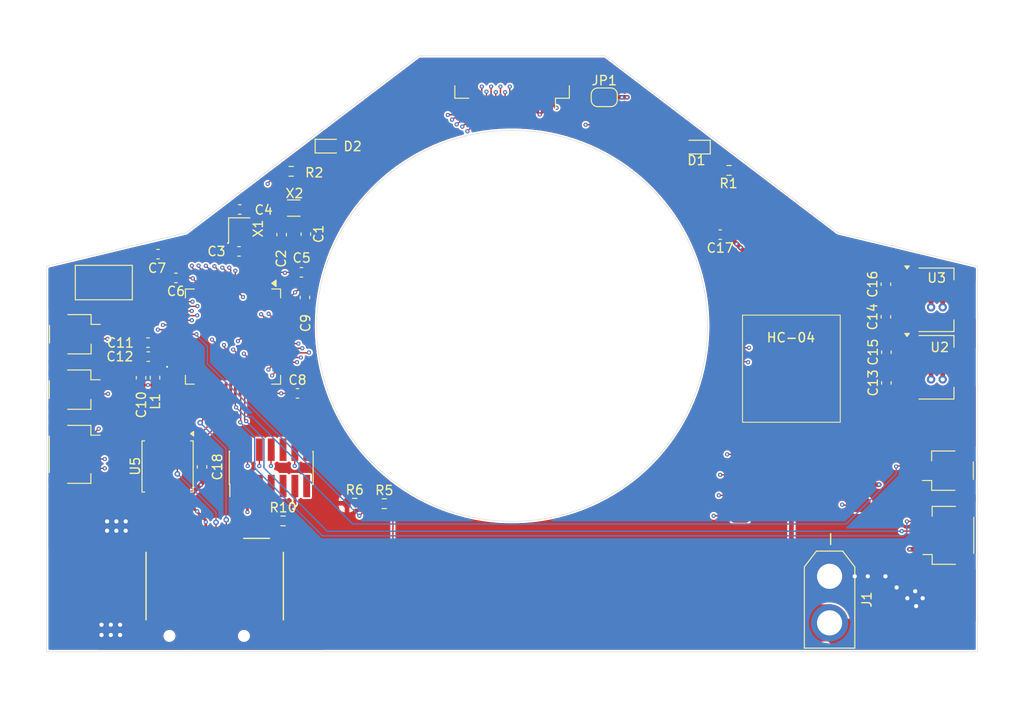
<source format=kicad_pcb>
(kicad_pcb (version 20240108) (generator "pcbnew") (generator_version "8.0")
  (layers (0 "F.Cu" signal) (1 "In1.Cu" signal) (2 "In2.Cu" signal) (31 "B.Cu" signal) (34 "B.Paste" user) (35 "F.Paste" user) (36 "B.SilkS" user "B.Silkscreen") (37 "F.SilkS" user "F.Silkscreen") (38 "B.Mask" user) (39 "F.Mask" user) (44 "Edge.Cuts" user))
  (net 0 "")
  (net 1 "GND")
  (net 2 "/LSE_IN")
  (net 3 "/LSE_OUT")
  (net 4 "/HSE_IN")
  (net 5 "/HSE_OUT")
  (net 6 "NRST")
  (net 7 "VREF+")
  (net 8 "VDC")
  (net 9 "+5V")
  (net 10 "+3.3V")
  (net 11 "Net-(D1-A)")
  (net 14 "SYS_JTCK_SWCLK")
  (net 17 "SYS_JTDO_SWO")
  (net 19 "SYS_JTMS_SWDIO")
  (net 21 "Net-(PROG1-Pin_11)")
  (net 22 "LED_3")
  (net 23 "LED_2")
  (net 24 "LED_1")
  (net 25 "LED_4")
  (net 26 "ADC1_IN15_Batt")
  (net 27 "BOOT0")
  (net 31 "SPI2_CS")
  (net 32 "Net-(D2-A)")
  (net 33 "ENC_R_B")
  (net 34 "SPI3_CS")
  (net 35 "SPI2_CLK")
  (net 36 "SPI3_MOSI")
  (net 37 "SPI2_MOSI")
  (net 39 "SPI3_SCL")
  (net 40 "ENC_R_A")
  (net 41 "UART1_TX")
  (net 42 "PWM_L")
  (net 43 "ENC_L_B")
  (net 44 "SPI3_INT")
  (net 45 "PWM_R")
  (net 46 "ENC_L_A")
  (net 48 "UART1_RX")
  (net 49 "SPI2_MISO")
  (net 52 "SPI2_CS2")
  (net 56 "Sensor9")
  (net 57 "Sensor3")
  (net 58 "Sensor7")
  (net 59 "Sensor11")
  (net 60 "Sensor1")
  (net 61 "Sensor2")
  (net 62 "Sensor12")
  (net 63 "Sensor6")
  (net 64 "Sensor4")
  (net 65 "Sensor8")
  (net 66 "LEDON")
  (net 67 "Sensor5")
  (net 68 "Sensor10")
  (net 69 "SPI3_MISO")
  (net 70 "PWM_T")
  (footprint "Capacitor_SMD:C_0603_1608Metric" (layer "F.Cu") (at 111.95 82.25)
    (property "Reference" "C8")
    (property "Value" "100n")
  )
  (footprint "Capacitor_SMD:C_0603_1608Metric" (layer "F.Cu") (at 95.925 78.3 180)
    (property "Reference" "C12")
    (property "Value" "1u")
  )
  (footprint "Capacitor_SMD:C_0603_1608Metric" (layer "F.Cu") (at 175.15 70.525 90)
    (property "Reference" "C16")
    (property "Value" "10u")
  )
  (footprint "Package_SO:SOIC-8_5.275x5.275mm_P1.27mm" (layer "F.Cu") (at 98 90.1 -90)
    (property "Reference" "U5")
    (property "Value" "SST25VF080B-50-4x-S2Ax")
  )
  (footprint "Inductor_SMD:L_0603_1608Metric" (layer "F.Cu") (at 96.65 80.5625 -90)
    (property "Reference" "L1")
    (property "Value" "27n")
  )
  (footprint "Jumper:SolderJumper-2_P1.3mm_Bridged2Bar_RoundedPad1.0x1.5mm" (layer "F.Cu") (at 144.9 50.45)
    (property "Reference" "JP1")
    (property "Value" "SolderJumper_2_Bridged")
  )
  (footprint "Connector_JST:JST_SH_SM02B-SRSS-TB_1x02-1MP_P1.00mm_Horizontal" (layer "F.Cu") (at 88 75.9 -90)
    (property "Reference" "PWMT1" (hide yes))
    (property "Value" "Conn_01x02")
  )
  (footprint "Connector_FFC-FPC:Hirose_FH12-18S-0.5SH_1x18-1MP_P0.50mm_Horizontal" (layer "F.Cu") (at 135 49.25 180)
    (property "Reference" "J3" (hide yes))
    (property "Value" "Conn_01x18")
  )
  (footprint "Resistor_SMD:R_0603_1608Metric" (layer "F.Cu") (at 110.4 95.95)
    (property "Reference" "R10")
    (property "Value" "100R")
  )
  (footprint "APhotonLibrary:PowerConn" (layer "F.Cu") (at 182 106.05 -90)
    (property "Reference" "Turbo1" (hide yes))
    (property "Value" "Conn_01x02")
  )
  (footprint "Capacitor_SMD:C_0603_1608Metric" (layer "F.Cu") (at 96.975 67.3)
    (property "Reference" "C7")
    (property "Value" "100n")
  )
  (footprint "Crystal:Crystal_SMD_2016-4Pin_2.0x1.6mm" (layer "F.Cu") (at 105.7 64.75 -90)
    (property "Reference" "X1")
    (property "Value" "24Mhz")
  )
  (footprint "Connector_JST:JST_SH_SM04B-SRSS-TB_1x04-1MP_P1.00mm_Horizontal" (layer "F.Cu") (at 87.975 88.8 -90)
    (property "Reference" "Encoder_L1" (hide yes))
    (property "Value" "Conn_01x04")
  )
  (footprint "Capacitor_SMD:C_0603_1608Metric" (layer "F.Cu") (at 112.75 71.95 -90)
    (property "Reference" "C9")
    (property "Value" "100n")
  )
  (footprint "Package_TO_SOT_SMD:SOT-223-3_TabPin2" (layer "F.Cu") (at 180.55 79.45)
    (property "Reference" "U2")
    (property "Value" "AMS1117-5.0")
  )
  (footprint "Capacitor_SMD:C_0603_1608Metric" (layer "F.Cu") (at 175.2 81.125 90)
    (property "Reference" "C13")
    (property "Value" "10u")
  )
  (footprint "Capacitor_SMD:C_0603_1608Metric" (layer "F.Cu") (at 175.15 74.025 90)
    (property "Reference" "C14")
    (property "Value" "10u")
  )
  (footprint "Crystal:Crystal_SMD_3215-2Pin_3.2x1.5mm" (layer "F.Cu") (at 111.55 62.35 180)
    (property "Reference" "X2")
    (property "Value" "32.768KHz")
  )
  (footprint "APhotonLibrary:PowerConn" (layer "F.Cu") (at 87.85 106.15 90)
    (property "Reference" "MotorsPower2" (hide yes))
    (property "Value" "Conn_01x02")
  )
  (footprint "APhotonLibrary:ICM_MOUNT" (layer "F.Cu") (at 164.5 92.05)
    (property "Reference" "U6" (hide yes))
    (property "Value" "~" (hide yes))
  )
  (footprint "Connector_PinHeader_1.27mm:PinHeader_2x07_P1.27mm_Vertical_SMD" (layer "F.Cu") (at 109.13 90.25 90)
    (property "Reference" "PROG1" (hide yes))
    (property "Value" "Conn_02x07_Odd_Even")
  )
  (footprint "Connector_JST:JST_SH_SM04B-SRSS-TB_1x04-1MP_P1.00mm_Horizontal" (layer "F.Cu") (at 181.9 97.5 90)
    (property "Reference" "Encoder_R1" (hide yes))
    (property "Value" "Conn_01x04")
  )
  (footprint "Capacitor_SMD:C_0603_1608Metric" (layer "F.Cu") (at 112.375 69.25)
    (property "Reference" "C5")
    (property "Value" "4u7")
  )
  (footprint "Capacitor_SMD:C_0603_1608Metric" (layer "F.Cu") (at 95.15 80.575 90)
    (property "Reference" "C10")
    (property "Value" "100n")
  )
  (footprint "Capacitor_SMD:C_0603_1608Metric" (layer "F.Cu") (at 95.9 76.8 180)
    (property "Reference" "C11")
    (property "Value" "100n")
  )
  (footprint "Resistor_SMD:R_0603_1608Metric" (layer "F.Cu") (at 121.275 94.1)
    (property "Reference" "R5")
    (property "Value" "1k")
  )
  (footprint "Package_TO_SOT_SMD:SOT-223-3_TabPin2" (layer "F.Cu") (at 180.55 72.2)
    (property "Reference" "U3")
    (property "Value" "AMS1117-3.3")
  )
  (footprint "LED_SMD:LED_0603_1608Metric" (layer "F.Cu") (at 154.8 55.8 180)
    (property "Reference" "D1")
    (property "Value" "BLUE")
  )
  (footprint "LED_SMD:LED_0603_1608Metric" (layer "F.Cu") (at 115.3375 55.7)
    (property "Reference" "D2")
    (property "Value" "BLUE")
  )
  (footprint "Package_QFP:LQFP-64_10x10mm_P0.5mm" (layer "F.Cu") (at 105.025 76.15 -90)
    (property "Reference" "U1" (hide yes))
    (property "Value" "STM32G474RETx")
  )
  (footprint "APhotonLibrary:HC-04" (layer "F.Cu") (at 164.35 76.85 -90)
    (property "Reference" "U4" (hide yes))
    (property "Value" "~" (hide yes))
  )
  (footprint "Capacitor_SMD:C_0603_1608Metric" (layer "F.Cu") (at 112.85 65.15 90)
    (property "Reference" "C1")
    (property "Value" "5p1")
  )
  (footprint "Capacitor_SMD:C_0603_1608Metric" (layer "F.Cu") (at 105.75 62.5 180)
    (property "Reference" "C4")
    (property "Value" "6p8")
  )
  (footprint "Resistor_SMD:R_0603_1608Metric" (layer "F.Cu") (at 118.1 94.05)
    (property "Reference" "R6")
    (property "Value" "250R")
  )
  (footprint "Capacitor_SMD:C_0603_1608Metric" (layer "F.Cu") (at 98.9 69.85 180)
    (property "Reference" "C6")
    (property "Value" "100n")
  )
  (footprint "Capacitor_SMD:C_0603_1608Metric" (layer "F.Cu") (at 105.675 67)
    (property "Reference" "C3")
    (property "Value" "6p8")
  )
  (footprint "Connector_AMASS:AMASS_XT30U-F_1x02_P5.0mm_Vertical" (layer "F.Cu") (at 169.1 101.9 -90)
    (property "Reference" "J1")
    (property "Value" "-VIN+")
  )
  (footprint "Capacitor_SMD:C_0603_1608Metric" (layer "F.Cu") (at 101.7 90.15 90)
    (property "Reference" "C18")
    (property "Value" "100n")
  )
  (footprint "Resistor_SMD:R_0603_1608Metric" (layer "F.Cu") (at 111.275 58.4 180)
    (property "Reference" "R2")
    (property "Value" "510R")
  )
  (footprint "Connector_JST:JST_SH_SM02B-SRSS-TB_1x02-1MP_P1.00mm_Horizontal" (layer "F.Cu") (at 87.975 81.85 -90)
    (property "Reference" "PWML1" (hide yes))
    (property "Value" "Conn_01x02")
  )
  (footprint "Capacitor_SMD:C_0603_1608Metric" (layer "F.Cu") (at 157.35 65.2 180)
    (property "Reference" "C17")
    (property "Value" "1u")
  )
  (footprint "Capacitor_SMD:C_0603_1608Metric" (layer "F.Cu") (at 175.2 77.825 90)
    (property "Reference" "C15")
    (property "Value" "10u")
  )
  (footprint "Connector_JST:JST_SH_SM02B-SRSS-TB_1x02-1MP_P1.00mm_Horizontal" (layer "F.Cu") (at 181.85 90.55 90)
    (property "Reference" "PWMR1" (hide yes))
    (property "Value" "Conn_01x02")
  )
  (footprint "Resistor_SMD:R_0603_1608Metric" (layer "F.Cu") (at 158.3 58.3)
    (property "Reference" "R1")
    (property "Value" "510R")
  )
  (footprint "APhotonLibrary:SdCard" (layer "F.Cu") (at 102.934968 104.921855 180)
    (property "Reference" "J2" (hide yes))
    (property "Value" "Micro_SD_Card" (hide yes))
  )
  (footprint "Button_Switch_SMD:SW_SPST_CK_RS282G05A3" (layer "F.Cu") (at 91.15 70.35)
    (property "Reference" "SW2" (hide yes))
    (property "Value" "SW_SPST")
  )
  (footprint "Capacitor_SMD:C_0603_1608Metric" (layer "F.Cu") (at 110.25 65.2 90)
    (property "Reference" "C2")
    (property "Value" "5p1")
  )
  (footprint "APhotonLibrary:PowerConn" (layer "F.Cu") (at 87.95 98.4 -90)
    (property "Reference" "MotorsPower1" (hide yes))
    (property "Value" "Conn_01x02")
  )
  (gr_circle (center 135 75) (end 135 96) (stroke (width 0.05)) (fill none) (layer "Edge.Cuts"))
  (gr_line (start 100 65) (end 125 46) (stroke (width 0.05)) (layer "Edge.Cuts"))
  (gr_line (start 100 110) (end 170 110) (stroke (width 0.05)) (layer "Edge.Cuts"))
  (gr_line (start 145 46) (end 170 65) (stroke (width 0.05)) (layer "Edge.Cuts"))
  (gr_line (start 85 110) (end 85 68.602) (stroke (width 0.05)) (layer "Edge.Cuts"))
  (gr_line (start 170 65) (end 185 68.602) (stroke (width 0.05)) (layer "Edge.Cuts"))
  (gr_line (start 100 110) (end 85 110) (stroke (width 0.05)) (layer "Edge.Cuts"))
  (gr_line (start 170 110) (end 185 110) (stroke (width 0.05)) (layer "Edge.Cuts"))
  (gr_line (start 185 110) (end 185 68.602) (stroke (width 0.05)) (layer "Edge.Cuts"))
  (gr_line (start 100 65) (end 85 68.602) (stroke (width 0.05)) (layer "Edge.Cuts"))
  (gr_line (start 125 46) (end 145 46) (stroke (width 0.05)) (layer "Edge.Cuts"))
  (gr_text "HC-04" (at 162.25 76.85 0) (layer "F.SilkS") (effects (font (size 1 1) (thickness 0.16)) (justify left bottom)))
  (segment (start 106.25 64.05) (end 106.25 63.25) (width 0.15) (layer "F.Cu") (net 1))
  (segment (start 111.075 65.15) (end 111.075 60.675) (width 0.15) (layer "F.Cu") (net 1))
  (segment (start 104.9 67) (end 104.5 66.6) (width 0.15) (layer "F.Cu") (net 1))
  (segment (start 175.1 101.9) (end 169.1 101.9) (width 3) (layer "F.Cu") (net 1))
  (segment (start 99.35 79.4) (end 97.95 79.4) (width 0.15) (layer "F.Cu") (net 1))
  (segment (start 95.125 78.275) (end 95.15 78.3) (width 0.15) (layer "F.Cu") (net 1))
  (segment (start 111.075 60.675) (end 110.1 59.7) (width 0.15) (layer "F.Cu") (net 1))
  (segment (start 95.125 76.8) (end 95.125 78.275) (width 0.15) (layer "F.Cu") (net 1))
  (segment (start 87.85 107.95) (end 92.4 107.95) (width 3) (layer "F.Cu") (net 1))
  (segment (start 169.1 101.9) (end 169.2 102) (width 4) (layer "F.Cu") (net 1))
  (segment (start 182 104.25) (end 177.45 104.25) (width 3) (layer "F.Cu") (net 1))
  (segment (start 87.95 96.6) (end 93.1 96.6) (width 3) (layer "F.Cu") (net 1))
  (segment (start 177.45 104.25) (end 176.3 103.1) (width 3) (layer "F.Cu") (net 1))
  (segment (start 106.25 62.775) (end 106.525 62.5) (width 0.15) (layer "F.Cu") (net 1))
  (segment (start 104.5 66.6) (end 104.5 66.1) (width 0.15) (layer "F.Cu") (net 1))
  (segment (start 104.5 66.1) (end 105.15 65.45) (width 0.15) (layer "F.Cu") (net 1))
  (segment (start 176.3 103.1) (end 175.1 101.9) (width 3) (layer "F.Cu") (net 1))
  (segment (start 110.25 65.975) (end 111.075 65.15) (width 0.15) (layer "F.Cu") (net 1))
  (segment (start 106.25 63.25) (end 106.25 62.775) (width 0.15) (layer "F.Cu") (net 1))
  (via (at 177.45 104.25) (size 0.9) (drill 0.45) (layers "F.Cu" "B.Cu") (net 1))
  (via (at 92.9 107.1) (size 0.9) (drill 0.45) (layers "F.Cu" "B.Cu") (net 1))
  (via (at 90.9 108.2) (size 0.9) (drill 0.45) (layers "F.Cu" "B.Cu") (net 1))
  (via (at 93.5 96) (size 0.9) (drill 0.45) (layers "F.Cu" "B.Cu") (net 1))
  (via (at 178.4 105.1) (size 0.9) (drill 0.45) (layers "F.Cu" "B.Cu") (net 1))
  (via (at 179.1 104.25) (size 0.9) (drill 0.45) (layers "F.Cu" "B.Cu") (net 1))
  (via (at 92.5 96) (size 0.9) (drill 0.45) (layers "F.Cu" "B.Cu") (net 1))
  (via (at 173.2 101.9) (size 0.9) (drill 0.45) (layers "F.Cu" "B.Cu") (net 1))
  (via (at 93.5 97) (size 0.9) (drill 0.45) (layers "F.Cu" "B.Cu") (net 1))
  (via (at 91.9 107.1) (size 0.9) (drill 0.45) (layers "F.Cu" "B.Cu") (net 1))
  (via (at 92.9 108.2) (size 0.9) (drill 0.45) (layers "F.Cu" "B.Cu") (net 1))
  (via (at 91.5 97) (size 0.9) (drill 0.45) (layers "F.Cu" "B.Cu") (net 1))
  (via (at 171.8 101.9) (size 0.9) (drill 0.45) (layers "F.Cu" "B.Cu") (net 1))
  (via (at 176.3 103.1) (size 0.9) (drill 0.45) (layers "F.Cu" "B.Cu") (net 1))
  (via (at 178.3 103.5) (size 0.9) (drill 0.45) (layers "F.Cu" "B.Cu") (net 1))
  (via (at 104.5 66.1) (size 0.45) (drill 0.2) (layers "F.Cu" "B.Cu") (net 1))
  (via (at 90.9 107.1) (size 0.9) (drill 0.45) (layers "F.Cu" "B.Cu") (net 1))
  (via (at 175.1 101.9) (size 0.9) (drill 0.45) (layers "F.Cu" "B.Cu") (net 1))
  (via (at 92.5 97) (size 0.9) (drill 0.45) (layers "F.Cu" "B.Cu") (net 1))
  (via (at 97.95 79.4) (size 0.45) (drill 0.2) (layers "F.Cu" "B.Cu") (net 1))
  (via (at 91.9 108.2) (size 0.9) (drill 0.45) (layers "F.Cu" "B.Cu") (net 1))
  (via (at 91.5 96) (size 0.9) (drill 0.45) (layers "F.Cu" "B.Cu") (net 1))
  (segment (start 112.85 64.375) (end 112.85 64.563342) (width 0.15) (layer "F.Cu") (net 2))
  (segment (start 112.8 62.35) (end 112.8 64.325) (width 0.15) (layer "F.Cu") (net 2))
  (segment (start 112.85 64.563342) (end 107.775 69.638342) (width 0.15) (layer "F.Cu") (net 2))
  (segment (start 107.775 69.638342) (end 107.775 70.475) (width 0.15) (layer "F.Cu") (net 2))
  (segment (start 112.8 64.325) (end 112.85 64.375) (width 0.15) (layer "F.Cu") (net 2))
  (segment (start 110.25 64.425) (end 107.275 67.4) (width 0.15) (layer "F.Cu") (net 3))
  (segment (start 107.275 67.4) (end 107.275 70.475) (width 0.15) (layer "F.Cu") (net 3))
  (segment (start 110.25 64.425) (end 110.25 62.4) (width 0.15) (layer "F.Cu") (net 3))
  (segment (start 110.25 62.4) (end 110.3 62.35) (width 0.15) (layer "F.Cu") (net 3))
  (segment (start 106.45 67) (end 106.775 67.325) (width 0.15) (layer "F.Cu") (net 4))
  (segment (start 106.25 65.45) (end 106.25 66.8) (width 0.15) (layer "F.Cu") (net 4))
  (segment (start 106.775 67.325) (end 106.775 70.475) (width 0.15) (layer "F.Cu") (net 4))
  (segment (start 106.25 66.8) (end 106.45 67) (width 0.15) (layer "F.Cu") (net 4))
  (segment (start 104.975 63.875) (end 105.15 64.05) (width 0.15) (layer "F.Cu") (net 5))
  (segment (start 104 65.2) (end 104 67.427946) (width 0.15) (layer "F.Cu") (net 5))
  (segment (start 104.975 62.5) (end 104.975 63.875) (width 0.15) (layer "F.Cu") (net 5))
  (segment (start 104.472054 67.9) (end 105.5 67.9) (width 0.15) (layer "F.Cu") (net 5))
  (segment (start 105.5 67.9) (end 106.275 68.675) (width 0.15) (layer "F.Cu") (net 5))
  (segment (start 105.15 64.05) (end 104 65.2) (width 0.15) (layer "F.Cu") (net 5))
  (segment (start 106.275 68.675) (end 106.275 70.475) (width 0.15) (layer "F.Cu") (net 5))
  (segment (start 104 67.427946) (end 104.472054 67.9) (width 0.15) (layer "F.Cu") (net 5))
  (segment (start 111.67 88.3) (end 111.65 90.05) (width 0.15) (layer "F.Cu") (net 6))
  (segment (start 105.775 68.669974) (end 105.775 70.475) (width 0.15) (layer "F.Cu") (net 6))
  (segment (start 111.67 90.07) (end 111.7 90.1) (width 0.15) (layer "F.Cu") (net 6))
  (segment (start 95.05 70.35) (end 97.75 67.65) (width 0.15) (layer "F.Cu") (net 6))
  (segment (start 97.75 67.3) (end 103.377079 67.3) (width 0.15) (layer "F.Cu") (net 6))
  (segment (start 105.775 70.475) (end 105.775 71.575) (width 0.15) (layer "F.Cu") (net 6))
  (segment (start 105.775 71.575) (end 106.1 71.9) (width 0.15) (layer "F.Cu") (net 6))
  (segment (start 105.355026 68.25) (end 105.775 68.669974) (width 0.15) (layer "F.Cu") (net 6))
  (segment (start 104.327079 68.25) (end 105.355026 68.25) (width 0.15) (layer "F.Cu") (net 6))
  (segment (start 111.65 90.05) (end 111.67 90.07) (width 0.15) (layer "F.Cu") (net 6))
  (segment (start 103.377079 67.3) (end 104.327079 68.25) (width 0.15) (layer "F.Cu") (net 6))
  (segment (start 97.75 67.65) (end 97.75 67.3) (width 0.15) (layer "F.Cu") (net 6))
  (via (at 106.1 71.9) (size 0.45) (drill 0.2) (layers "F.Cu" "B.Cu") (net 6))
  (via (at 111.65 90.05) (size 0.45) (drill 0.2) (layers "F.Cu" "B.Cu") (net 6))
  (segment (start 97.2 78.3) (end 97.6 77.9) (width 0.15) (layer "F.Cu") (net 7))
  (segment (start 96.675 76.8) (end 96.675 78.275) (width 0.15) (layer "F.Cu") (net 7))
  (segment (start 96.675 78.275) (end 96.7 78.3) (width 0.15) (layer "F.Cu") (net 7))
  (segment (start 97.05 78.4) (end 99.35 78.4) (width 0.15) (layer "F.Cu") (net 7))
  (segment (start 96.7 78.3) (end 96.95 78.3) (width 0.15) (layer "F.Cu") (net 7))
  (segment (start 97.6 77.9) (end 99.35 77.9) (width 0.15) (layer "F.Cu") (net 7))
  (segment (start 96.7 78.3) (end 97.2 78.3) (width 0.15) (layer "F.Cu") (net 7))
  (segment (start 96.95 78.3) (end 97.05 78.4) (width 0.15) (layer "F.Cu") (net 7))
  (segment (start 96.65 78.35) (end 96.7 78.3) (width 0.15) (layer "F.Cu") (net 7))
  (segment (start 96.65 79.775) (end 96.65 78.35) (width 0.15) (layer "F.Cu") (net 7))
  (segment (start 122.1 94.1) (end 122.2 94.2) (width 0.15) (layer "F.Cu") (net 8))
  (segment (start 92.6 100.3) (end 93.5 101.2) (width 3) (layer "F.Cu") (net 8))
  (segment (start 93.5 101.2) (end 96 103.7) (width 3) (layer "F.Cu") (net 8))
  (segment (start 115.242642 106.9) (end 112.042642 103.7) (width 5) (layer "F.Cu") (net 8))
  (segment (start 165 93.75) (end 175.2 83.55) (width 0.5) (layer "F.Cu") (net 8))
  (segment (start 87.85 104.25) (end 95.45 104.25) (width 3) (layer "F.Cu") (net 8))
  (segment (start 170.15 107.95) (end 182 107.95) (width 3) (layer "F.Cu") (net 8))
  (segment (start 165 106.9) (end 161.1 106.9) (width 4) (layer "F.Cu") (net 8))
  (segment (start 169.1 106.9) (end 165 106.9) (width 4) (layer "F.Cu") (net 8))
  (segment (start 175.2 81.9) (end 177.25 81.9) (width 0.5) (layer "F.Cu") (net 8))
  (segment (start 169.1 106.9) (end 170.15 107.95) (width 3) (layer "F.Cu") (net 8))
  (segment (start 122.2 106.9) (end 115.242642 106.9) (width 0.15) (layer "F.Cu") (net 8))
  (segment (start 95.45 104.25) (end 96 103.7) (width 3) (layer "F.Cu") (net 8))
  (segment (start 87.95 100.3) (end 92.6 100.3) (width 3) (layer "F.Cu") (net 8))
  (segment (start 112.042642 103.7) (end 96 103.7) (width 5) (layer "F.Cu") (net 8))
  (segment (start 161.1 106.9) (end 115.242642 106.9) (width 5) (layer "F.Cu") (net 8))
  (segment (start 165 106.9) (end 165 93.75) (width 0.5) (layer "F.Cu") (net 8))
  (segment (start 122.2 94.2) (end 122.2 106.9) (width 0.15) (layer "F.Cu") (net 8))
  (segment (start 177.25 81.9) (end 177.4 81.75) (width 0.5) (layer "F.Cu") (net 8))
  (segment (start 175.2 83.55) (end 175.2 81.9) (width 0.5) (layer "F.Cu") (net 8))
  (segment (start 177.4 74.5) (end 180.75 77.85) (width 0.5) (layer "F.Cu") (net 9))
  (segment (start 138.25 51.1) (end 138.25 52.025) (width 0.3) (layer "F.Cu") (net 9))
  (segment (start 183.7 79.45) (end 181.5 79.45) (width 0.5) (layer "F.Cu") (net 9))
  (segment (start 177.1 74.8) (end 177.4 74.5) (width 0.5) (layer "F.Cu") (net 9))
  (segment (start 180.75 79.45) (end 180 79.45) (width 0.5) (layer "F.Cu") (net 9))
  (segment (start 175.15 74.8) (end 177.1 74.8) (width 0.5) (layer "F.Cu") (net 9))
  (segment (start 181.25 79.7) (end 181.25 80.75) (width 0.5) (layer "F.Cu") (net 9))
  (segment (start 181.5 79.45) (end 180.75 79.45) (width 0.5) (layer "F.Cu") (net 9))
  (segment (start 176.55 78.6) (end 177.4 79.45) (width 0.5) (layer "F.Cu") (net 9))
  (segment (start 180.75 77.85) (end 180.75 79.45) (width 0.5) (layer "F.Cu") (net 9))
  (segment (start 180 79.45) (end 180 80.75) (width 0.5) (layer "F.Cu") (net 9))
  (segment (start 137.75 52.075) (end 137.975 52.3) (width 0.3) (layer "F.Cu") (net 9))
  (segment (start 180 79.45) (end 177.4 79.45) (width 0.5) (layer "F.Cu") (net 9))
  (segment (start 137.75 51.1) (end 137.75 52.075) (width 0.3) (layer "F.Cu") (net 9))
  (segment (start 138.25 52.025) (end 137.975 52.3) (width 0.3) (layer "F.Cu") (net 9))
  (segment (start 175.2 78.6) (end 176.55 78.6) (width 0.5) (layer "F.Cu") (net 9))
  (via (at 137.975 52.3) (size 0.45) (drill 0.2) (layers "F.Cu" "B.Cu") (net 9))
  (via (at 180 80.75) (size 0.9) (drill 0.45) (layers "F.Cu" "B.Cu") (net 9))
  (via (at 181.25 80.75) (size 0.9) (drill 0.45) (layers "F.Cu" "B.Cu") (net 9))
  (segment (start 112.75 71.175) (end 111.925 71.175) (width 0.15) (layer "F.Cu") (net 10))
  (segment (start 98.1 79.9) (end 96.65 81.35) (width 0.15) (layer "F.Cu") (net 10))
  (segment (start 110 69.25) (end 108.775 70.475) (width 0.15) (layer "F.Cu") (net 10))
  (segment (start 147.35 50.45) (end 147.4 50.45) (width 0.5) (layer "F.Cu") (net 10))
  (segment (start 110.6 69.3) (end 110.55 69.25) (width 0.15) (layer "F.Cu") (net 10))
  (segment (start 99.675 69.85) (end 100.65 69.85) (width 0.15) (layer "F.Cu") (net 10))
  (segment (start 101.7 90.925) (end 101.7 91.905) (width 0.5) (layer "F.Cu") (net 10))
  (segment (start 111.925 71.175) (end 111.7 71.4) (width 0.15) (layer "F.Cu") (net 10))
  (segment (start 96.65 81.35) (end 95.9 81.35) (width 0.15) (layer "F.Cu") (net 10))
  (segment (start 101.53 92.075) (end 99.905 93.7) (width 0.5) (layer "F.Cu") (net 10))
  (segment (start 101.13 94.925) (end 99.905 93.7) (width 0.3) (layer "F.Cu") (net 10))
  (segment (start 160.95 75.05) (end 160.15 75.85) (width 0.5) (layer "F.Cu") (net 10))
  (segment (start 101.7 91.905) (end 101.575 92.03) (width 0.5) (layer "F.Cu") (net 10))
  (segment (start 172.5 92.05) (end 174.4 92.05) (width 0.5) (layer "F.Cu") (net 10))
  (segment (start 174.4 92.05) (end 174.45 92.05) (width 0.5) (layer "F.Cu") (net 10))
  (segment (start 99.905 93.7) (end 98.635 93.7) (width 0.5) (layer "F.Cu") (net 10))
  (segment (start 106.59 95.015) (end 106.6 95.025) (width 0.3) (layer "F.Cu") (net 10))
  (segment (start 102.1 96.075) (end 102.1 95.895) (width 0.3) (layer "F.Cu") (net 10))
  (segment (start 145.55 50.45) (end 146.8 50.45) (width 0.5) (layer "F.Cu") (net 10))
  (segment (start 175.15 71.3) (end 176.5 71.3) (width 0.5) (layer "F.Cu") (net 10))
  (segment (start 139.775 51.575) (end 139.775 51.625) (width 0.3) (layer "F.Cu") (net 10))
  (segment (start 109.2 82.25) (end 108.775 81.825) (width 0.15) (layer "F.Cu") (net 10))
  (segment (start 159.1 66.2) (end 159.125 66.2) (width 0.5) (layer "F.Cu") (net 10))
  (segment (start 159.55 66.625) (end 160.95 68.025) (width 0.5) (layer "F.Cu") (net 10))
  (segment (start 160.15 75.85) (end 158.25 75.85) (width 0.5) (layer "F.Cu") (net 10))
  (segment (start 89.9 86.75) (end 90.6 86.05) (width 0.15) (layer "F.Cu") (net 10))
  (segment (start 177.7 99) (end 177.65 99) (width 0.5) (layer "F.Cu") (net 10))
  (segment (start 179.4 99) (end 177.7 99) (width 0.5) (layer "F.Cu") (net 10))
  (segment (start 146.8 50.45) (end 147.35 50.45) (width 0.5) (layer "F.Cu") (net 10))
  (segment (start 180 72.2) (end 177.4 72.2) (width 0.5) (layer "F.Cu") (net 10))
  (segment (start 100.65 69.85) (end 100.7 69.9) (width 0.15) (layer "F.Cu") (net 10))
  (segment (start 160.95 68.025) (end 160.95 75.05) (width 0.5) (layer "F.Cu") (net 10))
  (segment (start 101.575 92.03) (end 101.575 92.075) (width 0.5) (layer "F.Cu") (net 10))
  (segment (start 159.55 66.6) (end 159.55 66.625) (width 0.5) (layer "F.Cu") (net 10))
  (segment (start 111.7 71.4) (end 110.7 72.4) (width 0.15) (layer "F.Cu") (net 10))
  (segment (start 158.125 65.2) (end 159.1 66.175) (width 0.5) (layer "F.Cu") (net 10))
  (segment (start 139.25 51.1) (end 139.725 51.575) (width 0.3) (layer "F.Cu") (net 10))
  (segment (start 181.25 72.2) (end 180 72.2) (width 0.5) (layer "F.Cu") (net 10))
  (segment (start 89.9 87.3) (end 89.9 86.75) (width 0.15) (layer "F.Cu") (net 10))
  (segment (start 111.6 69.25) (end 110.65 69.25) (width 0.15) (layer "F.Cu") (net 10))
  (segment (start 101.575 92.075) (end 101.53 92.075) (width 0.5) (layer "F.Cu") (net 10))
  (segment (start 176.5 71.3) (end 177.4 72.2) (width 0.5) (layer "F.Cu") (net 10))
  (segment (start 139.775 51.625) (end 139.705 51.555) (width 0.3) (layer "F.Cu") (net 10))
  (segment (start 101.175 94.97) (end 101.175 94.925) (width 0.3) (layer "F.Cu") (net 10))
  (segment (start 100.7 69.9) (end 101.275 70.475) (width 0.15) (layer "F.Cu") (net 10))
  (segment (start 159.1 66.175) (end 159.1 66.2) (width 0.5) (layer "F.Cu") (net 10))
  (segment (start 110.65 69.25) (end 110.6 69.3) (width 0.15) (layer "F.Cu") (net 10))
  (segment (start 110.2 82.25) (end 111.175 82.25) (width 0.15) (layer "F.Cu") (net 10))
  (segment (start 99.35 79.9) (end 98.1 79.9) (width 0.15) (layer "F.Cu") (net 10))
  (segment (start 106.575 95) (end 106.59 95.015) (width 0.3) (layer "F.Cu") (net 10))
  (segment (start 180 73) (end 180 72.2) (width 0.5) (layer "F.Cu") (net 10))
  (segment (start 110.2 82.25) (end 109.2 82.25) (width 0.15) (layer "F.Cu") (net 10))
  (segment (start 102.1 97.8) (end 102.1 96.075) (width 0.3) (layer "F.Cu") (net 10))
  (segment (start 159.525 66.6) (end 159.55 66.6) (width 0.5) (layer "F.Cu") (net 10))
  (segment (start 110.55 69.25) (end 110 69.25) (width 0.15) (layer "F.Cu") (net 10))
  (segment (start 102.1 95.895) (end 101.175 94.97) (width 0.3) (layer "F.Cu") (net 10))
  (segment (start 159.125 66.2) (end 159.525 66.6) (width 0.5) (layer "F.Cu") (net 10))
  (segment (start 101.175 94.925) (end 101.13 94.925) (width 0.3) (layer "F.Cu") (net 10))
  (segment (start 95.9 81.35) (end 95.15 81.35) (width 0.15) (layer "F.Cu") (net 10))
  (segment (start 183.7 72.2) (end 181.25 72.2) (width 0.5) (layer "F.Cu") (net 10))
  (segment (start 139.725 51.575) (end 139.775 51.575) (width 0.3) (layer "F.Cu") (net 10))
  (segment (start 181.25 73) (end 181.25 72.2) (width 0.5) (layer "F.Cu") (net 10))
  (segment (start 106.59 92.2) (end 106.575 95) (width 0.3) (layer "F.Cu") (net 10))
  (segment (start 145.55 51.205) (end 145.55 50.45) (width 0.3) (layer "F.Cu") (net 10))
  (via (at 159.55 66.6) (size 0.45) (drill 0.2) (layers "F.Cu" "B.Cu") (net 10))
  (via (at 110.6 69.3) (size 0.45) (drill 0.2) (layers "F.Cu" "B.Cu") (net 10))
  (via (at 102.1 96.075) (size 0.45) (drill 0.2) (layers "F.Cu" "B.Cu") (net 10))
  (via (at 147.35 50.45) (size 0.45) (drill 0.2) (layers "F.Cu" "B.Cu") (net 10))
  (via (at 111.7 71.4) (size 0.45) (drill 0.2) (layers "F.Cu" "B.Cu") (net 10))
  (via (at 101.175 94.925) (size 0.45) (drill 0.2) (layers "F.Cu" "B.Cu") (net 10))
  (via (at 101.575 92.075) (size 0.45) (drill 0.2) (layers "F.Cu" "B.Cu") (net 10))
  (via (at 181.25 73) (size 0.9) (drill 0.45) (layers "F.Cu" "B.Cu") (net 10))
  (via (at 159.1 66.2) (size 0.45) (drill 0.2) (layers "F.Cu" "B.Cu") (net 10))
  (via (at 95.9 81.35) (size 0.45) (drill 0.2) (layers "F.Cu" "B.Cu") (net 10))
  (via (at 174.4 92.05) (size 0.45) (drill 0.2) (layers "F.Cu" "B.Cu") (net 10))
  (via (at 180 73) (size 0.9) (drill 0.45) (layers "F.Cu" "B.Cu") (net 10))
  (via (at 90.6 86.05) (size 0.45) (drill 0.2) (layers "F.Cu" "B.Cu") (net 10))
  (via (at 177.7 99) (size 0.45) (drill 0.2) (layers "F.Cu" "B.Cu") (net 10))
  (via (at 106.575 95) (size 0.45) (drill 0.2) (layers "F.Cu" "B.Cu") (net 10))
  (via (at 100.7 69.9) (size 0.45) (drill 0.2) (layers "F.Cu" "B.Cu") (net 10))
  (via (at 146.8 50.45) (size 0.45) (drill 0.2) (layers "F.Cu" "B.Cu") (net 10))
  (via (at 110.2 82.25) (size 0.45) (drill 0.2) (layers "F.Cu" "B.Cu") (net 10))
  (via (at 139.775 51.575) (size 0.45) (drill 0.2) (layers "F.Cu" "B.Cu") (net 10))
  (segment (start 156.5125 58.3) (end 157.475 58.3) (width 0.15) (layer "F.Cu") (net 11))
  (segment (start 154.0125 55.8) (end 156.5125 58.3) (width 0.15) (layer "F.Cu") (net 11))
  (segment (start 108.8 79.7) (end 108.8 79.7) (width 0.15) (layer "F.Cu") (net 14))
  (segment (start 108.825 79.675) (end 108.825 79.7) (width 0.15) (layer "F.Cu") (net 14))
  (segment (start 108.825 79.7) (end 108.8 79.7) (width 0.15) (layer "F.Cu") (net 14))
  (segment (start 107.86 88.3) (end 107.86 90.04) (width 0.15) (layer "F.Cu") (net 14))
  (segment (start 109.1 79.4) (end 108.825 79.675) (width 0.15) (layer "F.Cu") (net 14))
  (segment (start 107.86 90.04) (end 107.85 90.05) (width 0.15) (layer "F.Cu") (net 14))
  (segment (start 110.7 79.4) (end 109.1 79.4) (width 0.15) (layer "F.Cu") (net 14))
  (via (at 107.85 90.05) (size 0.45) (drill 0.2) (layers "F.Cu" "B.Cu") (net 14))
  (via (at 108.825 79.7) (size 0.45) (drill 0.2) (layers "F.Cu" "B.Cu") (net 14))
  (segment (start 109.1 90.05) (end 109.13 90.03) (width 0.15) (layer "F.Cu") (net 17))
  (segment (start 109.13 88.3) (end 109.1 90.05) (width 0.15) (layer "F.Cu") (net 17))
  (segment (start 105.558148 76.641852) (end 105.8 76.4) (width 0.15) (layer "F.Cu") (net 17))
  (segment (start 105.8 76.4) (end 110.7 76.4) (width 0.15) (layer "F.Cu") (net 17))
  (via (at 105.558148 76.641852) (size 0.45) (drill 0.2) (layers "F.Cu" "B.Cu") (net 17))
  (via (at 109.1 90.05) (size 0.45) (drill 0.2) (layers "F.Cu" "B.Cu") (net 17))
  (segment (start 106.59 90.04) (end 106.6 90.05) (width 0.15) (layer "F.Cu") (net 19))
  (segment (start 106.59 88.3) (end 106.59 90.04) (width 0.15) (layer "F.Cu") (net 19))
  (segment (start 109.625 79.9) (end 109.225 80.3) (width 0.15) (layer "F.Cu") (net 19))
  (segment (start 109.225 80.325) (end 109.2 80.325) (width 0.15) (layer "F.Cu") (net 19))
  (segment (start 109.2 80.325) (end 109.2 80.325) (width 0.15) (layer "F.Cu") (net 19))
  (segment (start 109.225 80.3) (end 109.225 80.325) (width 0.15) (layer "F.Cu") (net 19))
  (segment (start 110.7 79.9) (end 109.625 79.9) (width 0.15) (layer "F.Cu") (net 19))
  (via (at 109.225 80.325) (size 0.45) (drill 0.2) (layers "F.Cu" "B.Cu") (net 19))
  (via (at 106.6 90.05) (size 0.45) (drill 0.2) (layers "F.Cu" "B.Cu") (net 19))
  (segment (start 111.225 94.55) (end 111.675 94.1) (width 0.3) (layer "F.Cu") (net 21))
  (segment (start 111.675 94.1) (end 111.675 92.205) (width 0.3) (layer "F.Cu") (net 21))
  (segment (start 111.225 95.95) (end 111.225 94.55) (width 0.3) (layer "F.Cu") (net 21))
  (segment (start 111.675 92.205) (end 111.67 92.2) (width 0.3) (layer "F.Cu") (net 21))
  (segment (start 110.05 58.4) (end 108.75 59.7) (width 0.15) (layer "F.Cu") (net 23))
  (segment (start 110.7 74.9) (end 109.2 74.9) (width 0.15) (layer "F.Cu") (net 23))
  (segment (start 108.75 59.75) (end 108.7 59.75) (width 0.15) (layer "F.Cu") (net 23))
  (segment (start 108.7 59.75) (end 108.7 59.75) (width 0.15) (layer "F.Cu") (net 23))
  (segment (start 110.45 58.4) (end 110.05 58.4) (width 0.15) (layer "F.Cu") (net 23))
  (segment (start 109.2 74.9) (end 108.05 73.75) (width 0.15) (layer "F.Cu") (net 23))
  (segment (start 108.05 73.75) (end 108.1 73.8) (width 0.15) (layer "F.Cu") (net 23))
  (segment (start 108.75 59.7) (end 108.75 59.75) (width 0.15) (layer "F.Cu") (net 23))
  (via (at 108.05 73.75) (size 0.45) (drill 0.2) (layers "F.Cu" "B.Cu") (net 23))
  (via (at 108.75 59.75) (size 0.45) (drill 0.2) (layers "F.Cu" "B.Cu") (net 23))
  (segment (start 110.7 74.4) (end 109.55 74.4) (width 0.15) (layer "F.Cu") (net 24))
  (segment (start 146.475 53.4) (end 142.9 53.4) (width 0.15) (layer "F.Cu") (net 24))
  (segment (start 157.825 59.6) (end 152.675 59.6) (width 0.15) (layer "F.Cu") (net 24))
  (segment (start 159.125 58.3) (end 157.825 59.6) (width 0.15) (layer "F.Cu") (net 24))
  (segment (start 152.675 59.6) (end 146.475 53.4) (width 0.15) (layer "F.Cu") (net 24))
  (segment (start 109.55 74.4) (end 108.85 73.7) (width 0.15) (layer "F.Cu") (net 24))
  (via (at 108.85 73.7) (size 0.45) (drill 0.2) (layers "F.Cu" "B.Cu") (net 24))
  (via (at 142.9 53.4) (size 0.45) (drill 0.2) (layers "F.Cu" "B.Cu") (net 24))
  (segment (start 118.925 94.05) (end 118.925 95.075) (width 0.15) (layer "F.Cu") (net 26))
  (segment (start 120.45 94.1) (end 118.975 94.1) (width 0.15) (layer "F.Cu") (net 26))
  (segment (start 118.925 95.075) (end 118.6 95.4) (width 0.15) (layer "F.Cu") (net 26))
  (segment (start 99.35 75.9) (end 101.1 75.9) (width 0.15) (layer "F.Cu") (net 26))
  (segment (start 118.975 94.1) (end 118.925 94.05) (width 0.15) (layer "F.Cu") (net 26))
  (via (at 118.6 95.4) (size 0.45) (drill 0.2) (layers "F.Cu" "B.Cu") (net 26))
  (via (at 101.1 75.9) (size 0.45) (drill 0.2) (layers "F.Cu" "B.Cu") (net 26))
  (segment (start 101.1 76) (end 101.1 75.9) (width 0.15) (layer "B.Cu") (net 26))
  (segment (start 102.275 77.175) (end 101.1 76) (width 0.15) (layer "B.Cu") (net 26))
  (segment (start 102.275 79.075) (end 102.275 77.175) (width 0.15) (layer "B.Cu") (net 26))
  (segment (start 118.6 95.4) (end 102.275 79.075) (width 0.15) (layer "B.Cu") (net 26))
  (segment (start 101 75.9) (end 101 75.9) (width 0.15) (layer "B.Cu") (net 26))
  (segment (start 101.1 75.9) (end 101 75.9) (width 0.15) (layer "B.Cu") (net 26))
  (segment (start 101.775 81.825) (end 101.775 85.125) (width 0.15) (layer "F.Cu") (net 31))
  (segment (start 101.775 85.125) (end 101.5 85.4) (width 0.15) (layer "F.Cu") (net 31))
  (segment (start 101.5 85.4) (end 101.45 85.45) (width 0.15) (layer "F.Cu") (net 31))
  (segment (start 104.3 97.8) (end 104.3 95.825) (width 0.15) (layer "F.Cu") (net 31))
  (via (at 104.3 95.825) (size 0.6) (drill 0.3) (layers "F.Cu" "B.Cu") (net 31))
  (via (at 101.5 85.4) (size 0.6) (drill 0.3) (layers "F.Cu" "B.Cu") (net 31))
  (segment (start 101.5 85.4) (end 104.275 88.175) (width 0.15) (layer "B.Cu") (net 31))
  (segment (start 104.275 88.175) (end 104.275 95.8) (width 0.15) (layer "B.Cu") (net 31))
  (segment (start 104.275 95.85) (end 104.275 95.875) (width 0.15) (layer "B.Cu") (net 31))
  (segment (start 104.275 95.8) (end 104.3 95.825) (width 0.15) (layer "B.Cu") (net 31))
  (segment (start 104.3 95.825) (end 104.275 95.85) (width 0.15) (layer "B.Cu") (net 31))
  (segment (start 113.425 58.4) (end 116.125 55.7) (width 0.15) (layer "F.Cu") (net 32))
  (segment (start 112.1 58.4) (end 113.425 58.4) (width 0.15) (layer "F.Cu") (net 32))
  (segment (start 105.85 85.3) (end 105.8 85.35) (width 0.15) (layer "F.Cu") (net 33))
  (segment (start 179.9 96) (end 177.4 96) (width 0.15) (layer "F.Cu") (net 33))
  (segment (start 105.85 81.9) (end 105.85 85.3) (width 0.15) (layer "F.Cu") (net 33))
  (segment (start 105.775 81.825) (end 105.85 81.9) (width 0.15) (layer "F.Cu") (net 33))
  (segment (start 177.4 96) (end 177.3 96) (width 0.15) (layer "F.Cu") (net 33))
  (via (at 177.4 96) (size 0.45) (drill 0.2) (layers "F.Cu" "B.Cu") (net 33))
  (via (at 105.8 85.35) (size 0.45) (drill 0.2) (layers "F.Cu" "B.Cu") (net 33))
  (segment (start 107.35 90.257107) (end 107.35 86.9) (width 0.15) (layer "B.Cu") (net 33))
  (segment (start 114.642893 97.55) (end 107.35 90.257107) (width 0.15) (layer "B.Cu") (net 33))
  (segment (start 177.4 97.207107) (end 177.057107 97.55) (width 0.15) (layer "B.Cu") (net 33))
  (segment (start 177.057107 97.55) (end 114.642893 97.55) (width 0.15) (layer "B.Cu") (net 33))
  (segment (start 107.35 86.9) (end 105.8 85.35) (width 0.15) (layer "B.Cu") (net 33))
  (segment (start 177.4 96) (end 177.4 97.207107) (width 0.15) (layer "B.Cu") (net 33))
  (segment (start 110.7 78.9) (end 111.9 78.9) (width 0.15) (layer "F.Cu") (net 34))
  (segment (start 158.1 88.8) (end 159.5 88.8) (width 0.15) (layer "F.Cu") (net 34))
  (via (at 111.9 78.9) (size 0.45) (drill 0.2) (layers "F.Cu" "B.Cu") (net 34))
  (via (at 158.1 88.8) (size 0.45) (drill 0.2) (layers "F.Cu" "B.Cu") (net 34))
  (segment (start 97.365 94.499999) (end 98.665001 95.8) (width 0.15) (layer "F.Cu") (net 35))
  (segment (start 98.665001 95.8) (end 96.8 95.8) (width 0.15) (layer "F.Cu") (net 35))
  (segment (start 101 96.7) (end 101 97.8) (width 0.15) (layer "F.Cu") (net 35))
  (segment (start 96.437597 95.437597) (end 96.427401 95.437597) (width 0.15) (layer "F.Cu") (net 35))
  (segment (start 102.275 85.85) (end 102.275 81.825) (width 0.15) (layer "F.Cu") (net 35))
  (segment (start 98.665001 95.8) (end 100.1 95.8) (width 0.15) (layer "F.Cu") (net 35))
  (segment (start 97.365 93.7) (end 97.365 94.499999) (width 0.15) (layer "F.Cu") (net 35))
  (segment (start 95.1 94.110196) (end 95.1 93.025) (width 0.15) (layer "F.Cu") (net 35))
  (segment (start 96.427401 95.437597) (end 95.1 94.110196) (width 0.15) (layer "F.Cu") (net 35))
  (segment (start 95.1 93.025) (end 102.275 85.85) (width 0.15) (layer "F.Cu") (net 35))
  (segment (start 100.1 95.8) (end 101 96.7) (width 0.15) (layer "F.Cu") (net 35))
  (segment (start 96.8 95.8) (end 96.437597 95.437597) (width 0.15) (layer "F.Cu") (net 35))
  (segment (start 157.2 93.2) (end 157.15 93.2) (width 0.15) (layer "F.Cu") (net 36))
  (segment (start 159.5 93.2) (end 157.2 93.2) (width 0.15) (layer "F.Cu") (net 36))
  (segment (start 110.7 77.4) (end 112.465331 77.4) (width 0.15) (layer "F.Cu") (net 36))
  (via (at 157.2 93.2) (size 0.45) (drill 0.2) (layers "F.Cu" "B.Cu") (net 36))
  (via (at 112.465331 77.4) (size 0.45) (drill 0.2) (layers "F.Cu" "B.Cu") (net 36))
  (segment (start 96.095 92.900001) (end 99.8975 89.0975) (width 0.15) (layer "F.Cu") (net 37))
  (segment (start 99.8975 89.0975) (end 99.05 89.945) (width 0.15) (layer "F.Cu") (net 37))
  (segment (start 96.095 93.7) (end 96.095 92.900001) (width 0.15) (layer "F.Cu") (net 37))
  (segment (start 99.8975 89.0975) (end 103.275 85.720001) (width 0.15) (layer "F.Cu") (net 37))
  (segment (start 103.2 96.1) (end 103.175 96.075) (width 0.15) (layer "F.Cu") (net 37))
  (segment (start 103.275 85.720001) (end 103.275 81.825) (width 0.15) (layer "F.Cu") (net 37))
  (segment (start 99.05 89.945) (end 99.05 90.9) (width 0.15) (layer "F.Cu") (net 37))
  (segment (start 103.2 97.8) (end 103.2 96.1) (width 0.15) (layer "F.Cu") (net 37))
  (via (at 103.2 96.1) (size 0.6) (drill 0.3) (layers "F.Cu" "B.Cu") (net 37))
  (via (at 99.05 90.9) (size 0.6) (drill 0.3) (layers "F.Cu" "B.Cu") (net 37))
  (segment (start 99.05 90.875) (end 99.075 90.9) (width 0.15) (layer "B.Cu") (net 37))
  (segment (start 103.2 96.1) (end 103.2 95.025) (width 0.15) (layer "B.Cu") (net 37))
  (segment (start 99.075 90.9) (end 99.05 90.9) (width 0.15) (layer "B.Cu") (net 37))
  (segment (start 103.2 95.025) (end 99.075 90.9) (width 0.15) (layer "B.Cu") (net 37))
  (segment (start 99.05 90.9) (end 99.05 90.875) (width 0.15) (layer "B.Cu") (net 37))
  (segment (start 110.7 78.4) (end 112.315332 78.4) (width 0.15) (layer "F.Cu") (net 39))
  (segment (start 157.35 91) (end 159.5 91) (width 0.15) (layer "F.Cu") (net 39))
  (via (at 112.315332 78.4) (size 0.45) (drill 0.2) (layers "F.Cu" "B.Cu") (net 39))
  (via (at 157.35 91) (size 0.45) (drill 0.2) (layers "F.Cu" "B.Cu") (net 39))
  (segment (start 179.9 97) (end 176.85 97.05) (width 0.15) (layer "F.Cu") (net 40))
  (segment (start 106.275 85.060144) (end 106.275 81.825) (width 0.15) (layer "F.Cu") (net 40))
  (segment (start 176.85 97.05) (end 176.8 97) (width 0.15) (layer "F.Cu") (net 40))
  (segment (start 106.43738 85.222524) (end 106.275 85.060144) (width 0.15) (layer "F.Cu") (net 40))
  (via (at 176.85 97.05) (size 0.45) (drill 0.2) (layers "F.Cu" "B.Cu") (net 40))
  (via (at 106.43738 85.222524) (size 0.45) (drill 0.2) (layers "F.Cu" "B.Cu") (net 40))
  (segment (start 115.142893 97.05) (end 176.85 97.05) (width 0.15) (layer "B.Cu") (net 40))
  (segment (start 106.43738 85.23738) (end 108.35 87.15) (width 0.15) (layer "B.Cu") (net 40))
  (segment (start 108.35 90.257107) (end 115.142893 97.05) (width 0.15) (layer "B.Cu") (net 40))
  (segment (start 106.43738 85.222524) (end 106.43738 85.23738) (width 0.15) (layer "B.Cu") (net 40))
  (segment (start 108.35 87.15) (end 108.35 90.257107) (width 0.15) (layer "B.Cu") (net 40))
  (segment (start 158.25 78.85) (end 160.35 78.85) (width 0.15) (layer "F.Cu") (net 41))
  (segment (start 160.35 78.85) (end 160.35 78.85) (width 0.15) (layer "F.Cu") (net 41))
  (segment (start 99.35 74.9) (end 97.5 74.9) (width 0.15) (layer "F.Cu") (net 41))
  (segment (start 160.35 78.9) (end 160.4 78.9) (width 0.15) (layer "F.Cu") (net 41))
  (segment (start 160.35 78.85) (end 160.35 78.9) (width 0.15) (layer "F.Cu") (net 41))
  (segment (start 160.4 78.9) (end 160.4 78.9) (width 0.15) (layer "F.Cu") (net 41))
  (via (at 160.35 78.9) (size 0.45) (drill 0.2) (layers "F.Cu" "B.Cu") (net 41))
  (via (at 97.5 74.9) (size 0.45) (drill 0.2) (layers "F.Cu" "B.Cu") (net 41))
  (segment (start 104.053554 77.25858) (end 106.775 79.980026) (width 0.15) (layer "F.Cu") (net 42))
  (segment (start 91.6 82.3) (end 91.65 82.35) (width 0.15) (layer "F.Cu") (net 42))
  (segment (start 89.9 82.35) (end 91.6 82.3) (width 0.15) (layer "F.Cu") (net 42))
  (segment (start 104.053554 77.046446) (end 104.053554 77.25858) (width 0.15) (layer "F.Cu") (net 42))
  (segment (start 106.775 79.980026) (end 106.775 81.825) (width 0.15) (layer "F.Cu") (net 42))
  (via (at 104.053554 77.046446) (size 0.45) (drill 0.2) (layers "F.Cu" "B.Cu") (net 42))
  (via (at 91.6 82.3) (size 0.45) (drill 0.2) (layers "F.Cu" "B.Cu") (net 42))
  (segment (start 107.775 79.56581) (end 107.775 81.825) (width 0.15) (layer "F.Cu") (net 43))
  (segment (start 106.192095 77.982905) (end 107.775 79.56581) (width 0.15) (layer "F.Cu") (net 43))
  (segment (start 89.9 90.3) (end 91.25 90.3) (width 0.15) (layer "F.Cu") (net 43))
  (segment (start 91.25 90.3) (end 91.3 90.3) (width 0.15) (layer "F.Cu") (net 43))
  (via (at 91.25 90.3) (size 0.45) (drill 0.2) (layers "F.Cu" "B.Cu") (net 43))
  (via (at 106.192095 77.982905) (size 0.45) (drill 0.2) (layers "F.Cu" "B.Cu") (net 43))
  (segment (start 110.7 76.9) (end 112.05 76.9) (width 0.15) (layer "F.Cu") (net 44))
  (segment (start 112.05 76.9) (end 112.1 76.9) (width 0.15) (layer "F.Cu") (net 44))
  (segment (start 172.5 94.25) (end 170.45 94.25) (width 0.15) (layer "F.Cu") (net 44))
  (via (at 170.45 94.2) (size 0.45) (drill 0.2) (layers "F.Cu" "B.Cu") (net 44))
  (via (at 112.05 76.9) (size 0.45) (drill 0.2) (layers "F.Cu" "B.Cu") (net 44))
  (segment (start 176.3 90.05) (end 176.25 90.1) (width 0.15) (layer "F.Cu") (net 45))
  (segment (start 105.275 83.675) (end 105.35 83.75) (width 0.15) (layer "F.Cu") (net 45))
  (segment (start 105.275 81.825) (end 105.275 83.675) (width 0.15) (layer "F.Cu") (net 45))
  (segment (start 179.85 90.05) (end 176.3 90.05) (width 0.15) (layer "F.Cu") (net 45))
  (via (at 176.25 90.1) (size 0.45) (drill 0.2) (layers "F.Cu" "B.Cu") (net 45))
  (via (at 105.35 83.75) (size 0.45) (drill 0.2) (layers "F.Cu" "B.Cu") (net 45))
  (segment (start 117.877468 96.277468) (end 112.003553 90.403553) (width 0.15) (layer "B.Cu") (net 45))
  (segment (start 176.25 90.1) (end 176.25 90.907107) (width 0.15) (layer "B.Cu") (net 45))
  (segment (start 107.029631 84.722524) (end 106.322524 84.722524) (width 0.15) (layer "B.Cu") (net 45))
  (segment (start 170.879639 96.277468) (end 117.877468 96.277468) (width 0.15) (layer "B.Cu") (net 45))
  (segment (start 176.25 90.907107) (end 170.879639 96.277468) (width 0.15) (layer "B.Cu") (net 45))
  (segment (start 106.322524 84.722524) (end 105.35 83.75) (width 0.15) (layer "B.Cu") (net 45))
  (segment (start 112.003553 90.403553) (end 112.15 90.257107) (width 0.15) (layer "B.Cu") (net 45))
  (segment (start 112.15 90.257107) (end 112.15 89.842893) (width 0.15) (layer "B.Cu") (net 45))
  (segment (start 112.15 89.842893) (end 107.029631 84.722524) (width 0.15) (layer "B.Cu") (net 45))
  (segment (start 91.25 89.3) (end 91.35 89.3) (width 0.15) (layer "F.Cu") (net 46))
  (segment (start 89.9 89.3) (end 91.25 89.3) (width 0.15) (layer "F.Cu") (net 46))
  (segment (start 107.275 79.772918) (end 107.275 81.825) (width 0.15) (layer "F.Cu") (net 46))
  (segment (start 105.051041 77.548959) (end 107.275 79.772918) (width 0.15) (layer "F.Cu") (net 46))
  (via (at 105.051041 77.548959) (size 0.45) (drill 0.2) (layers "F.Cu" "B.Cu") (net 46))
  (via (at 91.25 89.3) (size 0.45) (drill 0.2) (layers "F.Cu" "B.Cu") (net 46))
  (segment (start 158.25 77.35) (end 160.45 77.35) (width 0.15) (layer "F.Cu") (net 48))
  (segment (start 99.35 75.4) (end 96.95 75.4) (width 0.15) (layer "F.Cu") (net 48))
  (segment (start 160.45 77.35) (end 160.55 77.35) (width 0.15) (layer "F.Cu") (net 48))
  (via (at 160.45 77.35) (size 0.45) (drill 0.2) (layers "F.Cu" "B.Cu") (net 48))
  (via (at 96.95 75.4) (size 0.45) (drill 0.2) (layers "F.Cu" "B.Cu") (net 48))
  (segment (start 98.635 86.5) (end 98.635 83.192946) (width 0.15) (layer "F.Cu") (net 49))
  (segment (start 98.8 97.458754) (end 98.066246 96.725) (width 0.15) (layer "F.Cu") (net 49))
  (segment (start 94.25 94.375) (end 94.25 91.75) (width 0.15) (layer "F.Cu") (net 49))
  (segment (start 102.499999 80.775) (end 102.775 81.050001) (width 0.15) (layer "F.Cu") (net 49))
  (segment (start 94.25 91.75) (end 98.635 87.365) (width 0.15) (layer "F.Cu") (net 49))
  (segment (start 98.635 87.365) (end 98.635 86.5) (width 0.15) (layer "F.Cu") (net 49))
  (segment (start 101.052946 80.775) (end 102.499999 80.775) (width 0.15) (layer "F.Cu") (net 49))
  (segment (start 96.6 96.725) (end 94.25 94.375) (width 0.15) (layer "F.Cu") (net 49))
  (segment (start 102.775 81.050001) (end 102.775 81.825) (width 0.15) (layer "F.Cu") (net 49))
  (segment (start 98.066246 96.725) (end 96.6 96.725) (width 0.15) (layer "F.Cu") (net 49))
  (segment (start 98.8 97.8) (end 98.8 97.458754) (width 0.15) (layer "F.Cu") (net 49))
  (segment (start 98.635 83.192946) (end 101.052946 80.775) (width 0.15) (layer "F.Cu") (net 49))
  (segment (start 101.275 83.725) (end 101.275 81.825) (width 0.15) (layer "F.Cu") (net 52))
  (segment (start 99.905 85.095) (end 101.275 83.725) (width 0.15) (layer "F.Cu") (net 52))
  (segment (start 99.905 86.5) (end 99.905 85.095) (width 0.15) (layer "F.Cu") (net 52))
  (segment (start 128.55 52.85) (end 128.55 52.9) (width 0.15) (layer "F.Cu") (net 56))
  (segment (start 99.35 72.9) (end 101.175 72.9) (width 0.15) (layer "F.Cu") (net 56))
  (segment (start 128.55 52.9) (end 128.55 52.9) (width 0.15) (layer "F.Cu") (net 56))
  (segment (start 135.026948 52.673052) (end 128.776948 52.673052) (width 0.15) (layer "F.Cu") (net 56))
  (segment (start 128.6 52.85) (end 128.55 52.85) (width 0.15) (layer "F.Cu") (net 56))
  (segment (start 101.175 72.9) (end 101.2 72.875) (width 0.15) (layer "F.Cu") (net 56))
  (segment (start 135.75 51.95) (end 135.026948 52.673052) (width 0.15) (layer "F.Cu") (net 56))
  (segment (start 135.75 51.1) (end 135.75 51.95) (width 0.15) (layer "F.Cu") (net 56))
  (segment (start 101.2 72.875) (end 101.2 72.9) (width 0.15) (layer "F.Cu") (net 56))
  (segment (start 128.776948 52.673052) (end 128.6 52.85) (width 0.15) (layer "F.Cu") (net 56))
  (via (at 101.2 72.875) (size 0.45) (drill 0.2) (layers "F.Cu" "B.Cu") (net 56))
  (via (at 128.55 52.85) (size 0.45) (drill 0.2) (layers "F.Cu" "B.Cu") (net 56))
  (segment (start 102.992028 69.425) (end 102.997054 69.425) (width 0.15) (layer "F.Cu") (net 57))
  (segment (start 102.113474 68.546446) (end 102.992028 69.425) (width 0.15) (layer "F.Cu") (net 57))
  (segment (start 132.75 51.1) (end 132.75 49.3) (width 0.15) (layer "F.Cu") (net 57))
  (segment (start 132.75 49.3) (end 132.75 49.25) (width 0.15) (layer "F.Cu") (net 57))
  (segment (start 103.275 69.702946) (end 103.275 70.475) (width 0.15) (layer "F.Cu") (net 57))
  (segment (start 102.997054 69.425) (end 103.275 69.702946) (width 0.15) (layer "F.Cu") (net 57))
  (via (at 102.113474 68.546446) (size 0.45) (drill 0.2) (layers "F.Cu" "B.Cu") (net 57))
  (via (at 132.75 49.3) (size 0.45) (drill 0.2) (layers "F.Cu" "B.Cu") (net 57))
  (segment (start 105.275 69.075) (end 105.275 69.05) (width 0.15) (layer "F.Cu") (net 58))
  (segment (start 105.275 70.475) (end 105.275 69.075) (width 0.15) (layer "F.Cu") (net 58))
  (segment (start 134.75 51.1) (end 134.75 49.3) (width 0.15) (layer "F.Cu") (net 58))
  (via (at 105.275 69.075) (size 0.45) (drill 0.2) (layers "F.Cu" "B.Cu") (net 58))
  (via (at 134.75 49.3) (size 0.45) (drill 0.2) (layers "F.Cu" "B.Cu") (net 58))
  (segment (start 129.876948 53.373052) (end 129.65 53.6) (width 0.15) (layer "F.Cu") (net 59))
  (segment (start 135.326948 53.373052) (end 129.876948 53.373052) (width 0.15) (layer "F.Cu") (net 59))
  (segment (start 101.15 73.9) (end 101.175 73.875) (width 0.15) (layer "F.Cu") (net 59))
  (segment (start 99.35 73.9) (end 101.15 73.9) (width 0.15) (layer "F.Cu") (net 59))
  (segment (start 129.65 53.6) (end 129.6 53.65) (width 0.15) (layer "F.Cu") (net 59))
  (segment (start 136.75 51.1) (end 136.75 51.95) (width 0.15) (layer "F.Cu") (net 59))
  (segment (start 136.75 51.95) (end 135.326948 53.373052) (width 0.15) (layer "F.Cu") (net 59))
  (via (at 129.65 53.6) (size 0.45) (drill 0.2) (layers "F.Cu" "B.Cu") (net 59))
  (via (at 101.175 73.875) (size 0.45) (drill 0.2) (layers "F.Cu" "B.Cu") (net 59))
  (segment (start 101.997054 69.425) (end 102.275 69.702946) (width 0.15) (layer "F.Cu") (net 60))
  (segment (start 102.275 69.702946) (end 102.275 70.475) (width 0.15) (layer "F.Cu") (net 60))
  (segment (start 100.603917 68.541449) (end 100.603917 68.728917) (width 0.15) (layer "F.Cu") (net 60))
  (segment (start 100.603917 68.728917) (end 101.3 69.425) (width 0.15) (layer "F.Cu") (net 60))
  (segment (start 131.75 51.1) (end 131.75 49.3) (width 0.15) (layer "F.Cu") (net 60))
  (segment (start 101.3 69.425) (end 101.997054 69.425) (width 0.15) (layer "F.Cu") (net 60))
  (via (at 131.75 49.3) (size 0.45) (drill 0.2) (layers "F.Cu" "B.Cu") (net 60))
  (via (at 100.603917 68.541449) (size 0.45) (drill 0.2) (layers "F.Cu" "B.Cu") (net 60))
  (segment (start 101.325 68.525) (end 101.325 68.65) (width 0.15) (layer "F.Cu") (net 61))
  (segment (start 102.775 69.702946) (end 102.775 70.475) (width 0.15) (layer "F.Cu") (net 61))
  (segment (start 101.75 69.075) (end 102.147054 69.075) (width 0.15) (layer "F.Cu") (net 61))
  (segment (start 132.25 49.85) (end 132.25 49.75) (width 0.15) (layer "F.Cu") (net 61))
  (segment (start 102.147054 69.075) (end 102.775 69.702946) (width 0.15) (layer "F.Cu") (net 61))
  (segment (start 101.325 68.65) (end 101.75 69.075) (width 0.15) (layer "F.Cu") (net 61))
  (segment (start 132.25 51.1) (end 132.25 49.85) (width 0.15) (layer "F.Cu") (net 61))
  (via (at 101.325 68.525) (size 0.45) (drill 0.2) (layers "F.Cu" "B.Cu") (net 61))
  (via (at 132.25 49.85) (size 0.45) (drill 0.2) (layers "F.Cu" "B.Cu") (net 61))
  (segment (start 137.25 51.1) (end 137.25 51.95) (width 0.15) (layer "F.Cu") (net 62))
  (segment (start 137.25 51.95) (end 135.476948 53.723052) (width 0.15) (layer "F.Cu") (net 62))
  (segment (start 100.6 74.4) (end 100.575 74.4) (width 0.15) (layer "F.Cu") (net 62))
  (segment (start 135.476948 53.723052) (end 130.576948 53.723052) (width 0.15) (layer "F.Cu") (net 62))
  (segment (start 99.35 74.4) (end 100.6 74.4) (width 0.15) (layer "F.Cu") (net 62))
  (segment (start 130.576948 53.723052) (end 130.2 54.1) (width 0.15) (layer "F.Cu") (net 62))
  (via (at 130.2 54.1) (size 0.45) (drill 0.2) (layers "F.Cu" "B.Cu") (net 62))
  (via (at 100.6 74.4) (size 0.45) (drill 0.2) (layers "F.Cu" "B.Cu") (net 62))
  (segment (start 104.525 68.75) (end 104.5 68.725) (width 0.15) (layer "F.Cu") (net 63))
  (segment (start 104.775 70.475) (end 104.775 69) (width 0.15) (layer "F.Cu") (net 63))
  (segment (start 104.625 68.75) (end 104.525 68.75) (width 0.15) (layer "F.Cu") (net 63))
  (segment (start 134.25 51.1) (end 134.25 49.9) (width 0.15) (layer "F.Cu") (net 63))
  (segment (start 104.625 68.85) (end 104.625 68.75) (width 0.15) (layer "F.Cu") (net 63))
  (segment (start 104.775 69) (end 104.625 68.85) (width 0.15) (layer "F.Cu") (net 63))
  (via (at 134.25 49.9) (size 0.45) (drill 0.2) (layers "F.Cu" "B.Cu") (net 63))
  (via (at 104.625 68.75) (size 0.45) (drill 0.2) (layers "F.Cu" "B.Cu") (net 63))
  (segment (start 103.028554 68.596446) (end 103.775 69.342892) (width 0.15) (layer "F.Cu") (net 64))
  (segment (start 103.775 69.342892) (end 103.775 70.475) (width 0.15) (layer "F.Cu") (net 64))
  (segment (start 133.25 51.1) (end 133.25 49.9) (width 0.15) (layer "F.Cu") (net 64))
  (segment (start 133.25 49.9) (end 133.25 49.85) (width 0.15) (layer "F.Cu") (net 64))
  (via (at 103.028554 68.596446) (size 0.45) (drill 0.2) (layers "F.Cu" "B.Cu") (net 64))
  (via (at 133.25 49.9) (size 0.45) (drill 0.2) (layers "F.Cu" "B.Cu") (net 64))
  (segment (start 128.1 52.35) (end 128.1 52.4) (width 0.15) (layer "F.Cu") (net 65))
  (segment (start 128.15 52.35) (end 128.1 52.35) (width 0.15) (layer "F.Cu") (net 65))
  (segment (start 134.826948 52.323052) (end 128.176948 52.323052) (width 0.15) (layer "F.Cu") (net 65))
  (segment (start 99.35 72.4) (end 100.675 72.4) (width 0.15) (layer "F.Cu") (net 65))
  (segment (start 128.1 52.4) (end 128.1 52.4) (width 0.15) (layer "F.Cu") (net 65))
  (segment (start 135.25 51.1) (end 135.25 51.9) (width 0.15) (layer "F.Cu") (net 65))
  (segment (start 135.25 51.9) (end 134.826948 52.323052) (width 0.15) (layer "F.Cu") (net 65))
  (segment (start 128.176948 52.323052) (end 128.15 52.35) (width 0.15) (layer "F.Cu") (net 65))
  (via (at 128.1 52.35) (size 0.45) (drill 0.2) (layers "F.Cu" "B.Cu") (net 65))
  (via (at 100.675 72.4) (size 0.45) (drill 0.2) (layers "F.Cu" "B.Cu") (net 65))
  (segment (start 138.75 50.15) (end 137.4 48.8) (width 0.15) (layer "F.Cu") (net 66))
  (segment (start 143.9 50.1) (end 144.25 50.45) (width 0.3) (layer "F.Cu") (net 66))
  (segment (start 115 61.05) (end 115 66.4) (width 0.15) (layer "F.Cu") (net 66))
  (segment (start 110.975 67.7) (end 110.195842 68.479158) (width 0.15) (layer "F.Cu") (net 66))
  (segment (start 137.4 48.8) (end 130.675 48.8) (width 0.15) (layer "F.Cu") (net 66))
  (segment (start 115 66.4) (end 113.7 67.7) (width 0.15) (layer "F.Cu") (net 66))
  (segment (start 130.675 48.8) (end 130.1 49.375) (width 0.15) (layer "F.Cu") (net 66))
  (segment (start 138.75 51.1) (end 138.75 50.15) (width 0.3) (layer "F.Cu") (net 66))
  (segment (start 113.7 67.7) (end 110.975 67.7) (width 0.15) (layer "F.Cu") (net 66))
  (segment (start 108.275 69.633316) (end 108.275 70.475) (width 0.15) (layer "F.Cu") (net 66))
  (segment (start 138.75 50.15) (end 138.8 50.1) (width 0.3) (layer "F.Cu") (net 66))
  (segment (start 138.8 50.1) (end 143.9 50.1) (width 0.3) (layer "F.Cu") (net 66))
  (segment (start 126.675 49.375) (end 115 61.05) (width 0.15) (layer "F.Cu") (net 66))
  (segment (start 109.429158 68.479158) (end 108.275 69.633316) (width 0.15) (layer "F.Cu") (net 66))
  (segment (start 130.1 49.375) (end 126.675 49.375) (width 0.15) (layer "F.Cu") (net 66))
  (segment (start 110.195842 68.479158) (end 109.429158 68.479158) (width 0.15) (layer "F.Cu") (net 66))
  (segment (start 103.882108 68.742892) (end 104.275 69.135784) (width 0.15) (layer "F.Cu") (net 67))
  (segment (start 133.75 49.3) (end 133.75 49.25) (width 0.15) (layer "F.Cu") (net 67))
  (segment (start 104.275 69.135784) (end 104.275 70.475) (width 0.15) (layer "F.Cu") (net 67))
  (segment (start 133.75 51.1) (end 133.75 49.3) (width 0.15) (layer "F.Cu") (net 67))
  (via (at 103.882108 68.742892) (size 0.45) (drill 0.2) (layers "F.Cu" "B.Cu") (net 67))
  (via (at 133.75 49.3) (size 0.45) (drill 0.2) (layers "F.Cu" "B.Cu") (net 67))
  (segment (start 136.25 51.95) (end 135.176948 53.023052) (width 0.15) (layer "F.Cu") (net 68))
  (segment (start 129.05 53.4) (end 129.05 53.4) (width 0.15) (layer "F.Cu") (net 68))
  (segment (start 136.25 51.1) (end 136.25 51.95) (width 0.15) (layer "F.Cu") (net 68))
  (segment (start 99.35 73.4) (end 100.6 73.4) (width 0.15) (layer "F.Cu") (net 68))
  (segment (start 129.426948 53.023052) (end 129.1 53.35) (width 0.15) (layer "F.Cu") (net 68))
  (segment (start 135.176948 53.023052) (end 129.426948 53.023052) (width 0.15) (layer "F.Cu") (net 68))
  (segment (start 129.05 53.35) (end 129.05 53.4) (width 0.15) (layer "F.Cu") (net 68))
  (segment (start 129.1 53.35) (end 129.05 53.35) (width 0.15) (layer "F.Cu") (net 68))
  (via (at 100.6 73.4) (size 0.45) (drill 0.2) (layers "F.Cu" "B.Cu") (net 68))
  (via (at 129.05 53.35) (size 0.45) (drill 0.2) (layers "F.Cu" "B.Cu") (net 68))
  (segment (start 156.65 95.4) (end 156.75 95.4) (width 0.15) (layer "F.Cu") (net 69))
  (segment (start 113.189773 77.860227) (end 113.15 77.9) (width 0.15) (layer "F.Cu") (net 69))
  (segment (start 159.5 95.4) (end 156.65 95.4) (width 0.15) (layer "F.Cu") (net 69))
  (segment (start 113.15 77.9) (end 110.7 77.9) (width 0.15) (layer "F.Cu") (net 69))
  (via (at 156.65 95.4) (size 0.45) (drill 0.2) (layers "F.Cu" "B.Cu") (net 69))
  (via (at 113.189773 77.860227) (size 0.45) (drill 0.2) (layers "F.Cu" "B.Cu") (net 69))
  (segment (start 102.775 76.475) (end 104.775 78.475) (width 0.15) (layer "F.Cu") (net 70))
  (segment (start 91.55 76.4) (end 91.65 76.4) (width 0.15) (layer "F.Cu") (net 70))
  (segment (start 89.95 76.4) (end 91.55 76.4) (width 0.15) (layer "F.Cu") (net 70))
  (segment (start 104.775 78.475) (end 104.775 81.825) (width 0.15) (layer "F.Cu") (net 70))
  (via (at 91.55 76.4) (size 0.45) (drill 0.2) (layers "F.Cu" "B.Cu") (net 70))
  (via (at 102.775 76.475) (size 0.45) (drill 0.2) (layers "F.Cu" "B.Cu") (net 70))
  (zone (net 1) (net_name "GND") (layers "F&B.Cu") (connect_pads (clearance 0.1)) (min_thickness 0.25) (fill yes (thermal_gap 0.5) (thermal_bridge_width 0.5))
    (polygon (pts (xy 80 40) (xy 190 40) (xy 190 115) (xy 80 115)))
  )
)
</source>
